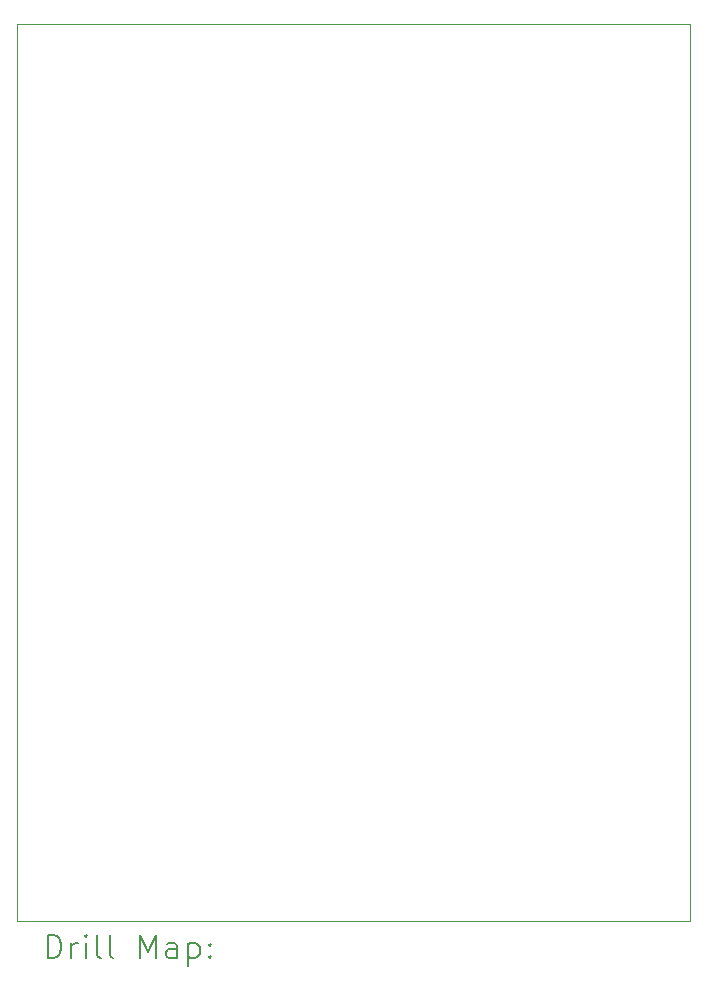
<source format=gbr>
%TF.GenerationSoftware,KiCad,Pcbnew,8.0.9-8.0.9-0~ubuntu24.04.1*%
%TF.CreationDate,2025-03-04T19:24:35+01:00*%
%TF.ProjectId,SNES_CONTROLLER,534e4553-5f43-44f4-9e54-524f4c4c4552,rev?*%
%TF.SameCoordinates,Original*%
%TF.FileFunction,Drillmap*%
%TF.FilePolarity,Positive*%
%FSLAX45Y45*%
G04 Gerber Fmt 4.5, Leading zero omitted, Abs format (unit mm)*
G04 Created by KiCad (PCBNEW 8.0.9-8.0.9-0~ubuntu24.04.1) date 2025-03-04 19:24:35*
%MOMM*%
%LPD*%
G01*
G04 APERTURE LIST*
%ADD10C,0.050000*%
%ADD11C,0.200000*%
G04 APERTURE END LIST*
D10*
X9800000Y-5850000D02*
X15500000Y-5850000D01*
X9800000Y-13450000D02*
X9800000Y-5850000D01*
X15500000Y-5850000D02*
X15500000Y-13450000D01*
X15500000Y-13450000D02*
X9800000Y-13450000D01*
D11*
X10058277Y-13763984D02*
X10058277Y-13563984D01*
X10058277Y-13563984D02*
X10105896Y-13563984D01*
X10105896Y-13563984D02*
X10134467Y-13573508D01*
X10134467Y-13573508D02*
X10153515Y-13592555D01*
X10153515Y-13592555D02*
X10163039Y-13611603D01*
X10163039Y-13611603D02*
X10172563Y-13649698D01*
X10172563Y-13649698D02*
X10172563Y-13678269D01*
X10172563Y-13678269D02*
X10163039Y-13716365D01*
X10163039Y-13716365D02*
X10153515Y-13735412D01*
X10153515Y-13735412D02*
X10134467Y-13754460D01*
X10134467Y-13754460D02*
X10105896Y-13763984D01*
X10105896Y-13763984D02*
X10058277Y-13763984D01*
X10258277Y-13763984D02*
X10258277Y-13630650D01*
X10258277Y-13668746D02*
X10267801Y-13649698D01*
X10267801Y-13649698D02*
X10277324Y-13640174D01*
X10277324Y-13640174D02*
X10296372Y-13630650D01*
X10296372Y-13630650D02*
X10315420Y-13630650D01*
X10382086Y-13763984D02*
X10382086Y-13630650D01*
X10382086Y-13563984D02*
X10372563Y-13573508D01*
X10372563Y-13573508D02*
X10382086Y-13583031D01*
X10382086Y-13583031D02*
X10391610Y-13573508D01*
X10391610Y-13573508D02*
X10382086Y-13563984D01*
X10382086Y-13563984D02*
X10382086Y-13583031D01*
X10505896Y-13763984D02*
X10486848Y-13754460D01*
X10486848Y-13754460D02*
X10477324Y-13735412D01*
X10477324Y-13735412D02*
X10477324Y-13563984D01*
X10610658Y-13763984D02*
X10591610Y-13754460D01*
X10591610Y-13754460D02*
X10582086Y-13735412D01*
X10582086Y-13735412D02*
X10582086Y-13563984D01*
X10839229Y-13763984D02*
X10839229Y-13563984D01*
X10839229Y-13563984D02*
X10905896Y-13706841D01*
X10905896Y-13706841D02*
X10972563Y-13563984D01*
X10972563Y-13563984D02*
X10972563Y-13763984D01*
X11153515Y-13763984D02*
X11153515Y-13659222D01*
X11153515Y-13659222D02*
X11143991Y-13640174D01*
X11143991Y-13640174D02*
X11124944Y-13630650D01*
X11124944Y-13630650D02*
X11086848Y-13630650D01*
X11086848Y-13630650D02*
X11067801Y-13640174D01*
X11153515Y-13754460D02*
X11134467Y-13763984D01*
X11134467Y-13763984D02*
X11086848Y-13763984D01*
X11086848Y-13763984D02*
X11067801Y-13754460D01*
X11067801Y-13754460D02*
X11058277Y-13735412D01*
X11058277Y-13735412D02*
X11058277Y-13716365D01*
X11058277Y-13716365D02*
X11067801Y-13697317D01*
X11067801Y-13697317D02*
X11086848Y-13687793D01*
X11086848Y-13687793D02*
X11134467Y-13687793D01*
X11134467Y-13687793D02*
X11153515Y-13678269D01*
X11248753Y-13630650D02*
X11248753Y-13830650D01*
X11248753Y-13640174D02*
X11267801Y-13630650D01*
X11267801Y-13630650D02*
X11305896Y-13630650D01*
X11305896Y-13630650D02*
X11324943Y-13640174D01*
X11324943Y-13640174D02*
X11334467Y-13649698D01*
X11334467Y-13649698D02*
X11343991Y-13668746D01*
X11343991Y-13668746D02*
X11343991Y-13725888D01*
X11343991Y-13725888D02*
X11334467Y-13744936D01*
X11334467Y-13744936D02*
X11324943Y-13754460D01*
X11324943Y-13754460D02*
X11305896Y-13763984D01*
X11305896Y-13763984D02*
X11267801Y-13763984D01*
X11267801Y-13763984D02*
X11248753Y-13754460D01*
X11429705Y-13744936D02*
X11439229Y-13754460D01*
X11439229Y-13754460D02*
X11429705Y-13763984D01*
X11429705Y-13763984D02*
X11420182Y-13754460D01*
X11420182Y-13754460D02*
X11429705Y-13744936D01*
X11429705Y-13744936D02*
X11429705Y-13763984D01*
X11429705Y-13640174D02*
X11439229Y-13649698D01*
X11439229Y-13649698D02*
X11429705Y-13659222D01*
X11429705Y-13659222D02*
X11420182Y-13649698D01*
X11420182Y-13649698D02*
X11429705Y-13640174D01*
X11429705Y-13640174D02*
X11429705Y-13659222D01*
M02*

</source>
